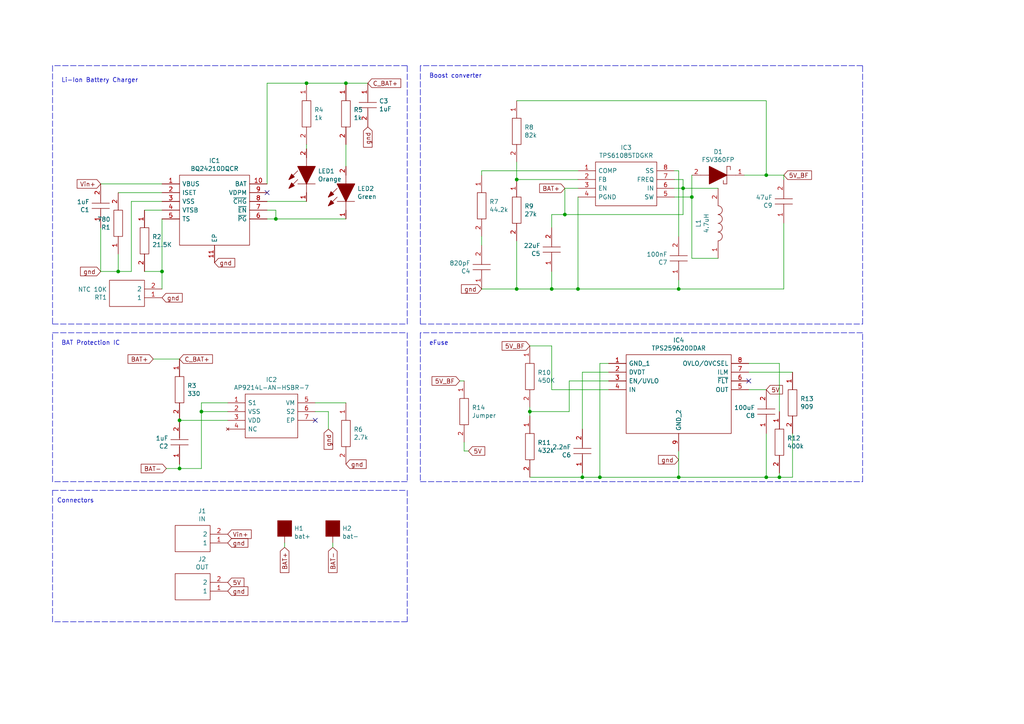
<source format=kicad_sch>
(kicad_sch (version 20211123) (generator eeschema)
  (paper "A4")
  (title_block (title "Solar Charger") (date "2022-03-10") (rev "v1") (company "Making Devices"))
  (lib_symbols
    (symbol "Battery_2:MountingHole_Pad-User_library-SamacSys_Parts-HVolt_sub-system-FIT" (pin_numbers hide) (pin_names (offset 1.016) hide)
      (property "Reference" "H" (at 0 6.35 0))
      (property "Value" "Battery_2_MountingHole_Pad-User_library-SamacSys_Parts-HVolt_sub-system-FIT" (at 0 4.445 0))
      (symbol "MountingHole_Pad-User_library-SamacSys_Parts-HVolt_sub-system-FIT_0_1"
        (circle (center 0 1.27) (radius 1.27) (stroke (width 1.27)))
        (rectangle (start 2.032 -0.635) (end -2.032 3.937) (fill (type outline)))
      )
      (symbol "MountingHole_Pad-User_library-SamacSys_Parts-HVolt_sub-system-FIT_1_1"
        (pin input line (at 0 -2.54 90) (length 2.54) (name "1") (number "1"))
      )
    )
    (symbol "Library_Loader:282834-2" (pin_names (offset 0.762))
      (property "Reference" "J" (at 16.51 7.62 0))
      (property "Value" "282834-2" (at 16.51 5.08 0))
      (symbol "282834-2_0_0"
        (pin passive line (at 0 0 0) (length 5.08) (name "1") (number "1"))
        (pin passive line (at 0 -2.54 0) (length 5.08) (name "2") (number "2"))
      )
      (symbol "282834-2_0_1"
        (polyline (pts (xy 5.08 2.54) (xy 15.24 2.54) (xy 15.24 -5.08) (xy 5.08 -5.08) (xy 5.08 2.54)) (stroke (width 0.1524)))
      )
    )
    (symbol "Library_Loader:AP9214L-AN-HSBR-7" (pin_names (offset 0.762))
      (property "Reference" "IC" (at 21.59 7.62 0))
      (property "Value" "AP9214L-AN-HSBR-7" (at 21.59 5.08 0))
      (symbol "AP9214L-AN-HSBR-7_0_0"
        (pin passive line (at 0 0 0) (length 5.08) (name "S1") (number "1"))
        (pin passive line (at 0 -2.54 0) (length 5.08) (name "VSS") (number "2"))
        (pin passive line (at 0 -5.08 0) (length 5.08) (name "VDD") (number "3"))
        (pin no_connect line (at 0 -7.62 0) (length 5.08) (name "NC") (number "4"))
        (pin passive line (at 25.4 0 180) (length 5.08) (name "VM") (number "5"))
        (pin passive line (at 25.4 -2.54 180) (length 5.08) (name "S2") (number "6"))
        (pin passive line (at 25.4 -5.08 180) (length 5.08) (name "EP") (number "7"))
      )
      (symbol "AP9214L-AN-HSBR-7_0_1"
        (polyline (pts (xy 5.08 2.54) (xy 20.32 2.54) (xy 20.32 -10.16) (xy 5.08 -10.16) (xy 5.08 2.54)) (stroke (width 0.1524)))
      )
    )
    (symbol "Library_Loader:BQ24210DQCR" (pin_names (offset 0.762))
      (property "Reference" "IC" (at 26.67 7.62 0))
      (property "Value" "BQ24210DQCR" (at 26.67 5.08 0))
      (symbol "BQ24210DQCR_0_0"
        (pin passive line (at 0 0 0) (length 5.08) (name "VBUS") (number "1"))
        (pin passive line (at 30.48 0 180) (length 5.08) (name "BAT") (number "10"))
        (pin passive line (at 15.24 -22.86 90) (length 5.08) (name "EP") (number "11"))
        (pin passive line (at 0 -2.54 0) (length 5.08) (name "ISET") (number "2"))
        (pin passive line (at 0 -5.08 0) (length 5.08) (name "VSS") (number "3"))
        (pin passive line (at 0 -7.62 0) (length 5.08) (name "VTSB") (number "4"))
        (pin passive line (at 0 -10.16 0) (length 5.08) (name "TS") (number "5"))
        (pin passive line (at 30.48 -10.16 180) (length 5.08) (name "~{PG}") (number "6"))
        (pin passive line (at 30.48 -7.62 180) (length 5.08) (name "~{EN}") (number "7"))
        (pin passive line (at 30.48 -5.08 180) (length 5.08) (name "~{CHG}") (number "8"))
        (pin passive line (at 30.48 -2.54 180) (length 5.08) (name "VDPM") (number "9"))
      )
      (symbol "BQ24210DQCR_0_1"
        (polyline (pts (xy 5.08 2.54) (xy 25.4 2.54) (xy 25.4 -17.78) (xy 5.08 -17.78) (xy 5.08 2.54)) (stroke (width 0.1524)))
      )
    )
    (symbol "Library_Loader:C0805C475M8RACTU" (pin_names (offset 0.762))
      (property "Reference" "C" (at 8.89 6.35 0))
      (property "Value" "C0805C475M8RACTU" (at 8.89 3.81 0))
      (symbol "C0805C475M8RACTU_0_0"
        (pin passive line (at 0 0 0) (length 5.08) (name "~") (number "1"))
        (pin passive line (at 12.7 0 180) (length 5.08) (name "~") (number "2"))
      )
      (symbol "C0805C475M8RACTU_0_1"
        (polyline (pts (xy 5.08 0) (xy 5.588 0)) (stroke (width 0.1524)))
        (polyline (pts (xy 5.588 2.54) (xy 5.588 -2.54)) (stroke (width 0.1524)))
        (polyline (pts (xy 7.112 0) (xy 7.62 0)) (stroke (width 0.1524)))
        (polyline (pts (xy 7.112 2.54) (xy 7.112 -2.54)) (stroke (width 0.1524)))
      )
    )
    (symbol "Library_Loader:ERJP6WF1303V" (pin_names (offset 0.762))
      (property "Reference" "R" (at 13.97 6.35 0))
      (property "Value" "ERJP6WF1303V" (at 13.97 3.81 0))
      (symbol "ERJP6WF1303V_0_0"
        (pin passive line (at 0 0 0) (length 5.08) (name "~") (number "1"))
        (pin passive line (at 17.78 0 180) (length 5.08) (name "~") (number "2"))
      )
      (symbol "ERJP6WF1303V_0_1"
        (polyline (pts (xy 5.08 1.27) (xy 12.7 1.27) (xy 12.7 -1.27) (xy 5.08 -1.27) (xy 5.08 1.27)) (stroke (width 0.1524)))
      )
    )
    (symbol "Library_Loader:FSV360FP" (pin_names (offset 0.762))
      (property "Reference" "D" (at 12.7 8.89 0))
      (property "Value" "FSV360FP" (at 12.7 6.35 0))
      (symbol "FSV360FP_0_0"
        (pin passive line (at 2.54 0 0) (length 2.54) (name "~") (number "1"))
        (pin passive line (at 17.78 0 180) (length 2.54) (name "~") (number "2"))
      )
      (symbol "FSV360FP_0_1"
        (polyline (pts (xy 5.08 0) (xy 7.62 0)) (stroke (width 0.1524)))
        (polyline (pts (xy 7.62 2.54) (xy 7.62 -2.54)) (stroke (width 0.1524)))
        (polyline (pts (xy 12.7 0) (xy 15.24 0)) (stroke (width 0.1524)))
        (polyline (pts (xy 7.62 -2.54) (xy 6.604 -2.54) (xy 6.604 -1.524)) (stroke (width 0.1524)))
        (polyline (pts (xy 7.62 2.54) (xy 8.636 2.54) (xy 8.636 1.524)) (stroke (width 0.1524)))
        (polyline (pts (xy 7.62 0) (xy 12.7 2.54) (xy 12.7 -2.54) (xy 7.62 0)) (stroke (width 0.254)) (fill (type outline)))
      )
    )
    (symbol "Library_Loader:NTCS0805E3103GMT" (pin_names (offset 0.762))
      (property "Reference" "RT" (at 16.51 7.62 0))
      (property "Value" "NTCS0805E3103GMT" (at 16.51 5.08 0))
      (symbol "NTCS0805E3103GMT_0_0"
        (pin passive line (at 0 0 0) (length 5.08) (name "1") (number "1"))
        (pin passive line (at 0 -2.54 0) (length 5.08) (name "2") (number "2"))
      )
      (symbol "NTCS0805E3103GMT_0_1"
        (polyline (pts (xy 5.08 2.54) (xy 15.24 2.54) (xy 15.24 -5.08) (xy 5.08 -5.08) (xy 5.08 2.54)) (stroke (width 0.1524)))
      )
    )
    (symbol "Library_Loader:SML-H12V8TT86" (pin_names (offset 0.762))
      (property "Reference" "LED" (at 12.7 8.89 0))
      (property "Value" "SML-H12V8TT86" (at 12.7 6.35 0))
      (symbol "SML-H12V8TT86_0_0"
        (pin passive line (at 0 0 0) (length 2.54) (name "~") (number "1"))
        (pin passive line (at 15.24 0 180) (length 2.54) (name "~") (number "2"))
      )
      (symbol "SML-H12V8TT86_0_1"
        (polyline (pts (xy 2.54 0) (xy 5.08 0)) (stroke (width 0.1524)))
        (polyline (pts (xy 5.08 2.54) (xy 5.08 -2.54)) (stroke (width 0.1524)))
        (polyline (pts (xy 6.35 2.54) (xy 3.81 5.08)) (stroke (width 0.1524)))
        (polyline (pts (xy 8.89 2.54) (xy 6.35 5.08)) (stroke (width 0.1524)))
        (polyline (pts (xy 10.16 0) (xy 12.7 0)) (stroke (width 0.1524)))
        (polyline (pts (xy 5.08 0) (xy 10.16 2.54) (xy 10.16 -2.54) (xy 5.08 0)) (stroke (width 0.254)) (fill (type outline)))
        (polyline (pts (xy 5.334 4.318) (xy 4.572 3.556) (xy 3.81 5.08) (xy 5.334 4.318)) (stroke (width 0.254)) (fill (type outline)))
        (polyline (pts (xy 7.874 4.318) (xy 7.112 3.556) (xy 6.35 5.08) (xy 7.874 4.318)) (stroke (width 0.254)) (fill (type outline)))
      )
    )
    (symbol "Library_Loader:SRN6045-4R7Y" (pin_names (offset 0.762))
      (property "Reference" "L" (at 16.51 6.35 0))
      (property "Value" "SRN6045-4R7Y" (at 16.51 3.81 0))
      (symbol "SRN6045-4R7Y_0_0"
        (pin passive line (at 0 0 0) (length 5.08) (name "~") (number "1"))
        (pin passive line (at 20.32 0 180) (length 5.08) (name "~") (number "2"))
      )
      (symbol "SRN6045-4R7Y_0_1"
        (arc (start 5.08 0) (mid 6.35 -1.3218) (end 7.62 0) (stroke (width 0.1524)))
        (arc (start 7.62 0) (mid 8.89 -1.3218) (end 10.16 0) (stroke (width 0.1524)))
        (arc (start 10.16 0) (mid 11.43 -1.3218) (end 12.7 0) (stroke (width 0.1524)))
        (arc (start 12.7 0) (mid 13.97 -1.3218) (end 15.24 0) (stroke (width 0.1524)))
      )
    )
    (symbol "Library_Loader:TPS259620DDAR" (pin_names (offset 0.762))
      (property "Reference" "IC" (at 36.83 7.62 0))
      (property "Value" "TPS259620DDAR" (at 36.83 5.08 0))
      (symbol "TPS259620DDAR_0_0"
        (pin passive line (at 0 0 0) (length 5.08) (name "GND_1") (number "1"))
        (pin passive line (at 0 -2.54 0) (length 5.08) (name "DVDT") (number "2"))
        (pin passive line (at 0 -5.08 0) (length 5.08) (name "EN/UVLO") (number "3"))
        (pin passive line (at 0 -7.62 0) (length 5.08) (name "IN") (number "4"))
        (pin passive line (at 40.64 -7.62 180) (length 5.08) (name "OUT") (number "5"))
        (pin passive line (at 40.64 -5.08 180) (length 5.08) (name "~{FLT}") (number "6"))
        (pin passive line (at 40.64 -2.54 180) (length 5.08) (name "ILM") (number "7"))
        (pin passive line (at 40.64 0 180) (length 5.08) (name "OVLO/OVCSEL") (number "8"))
        (pin passive line (at 20.32 -25.4 90) (length 5.08) (name "GND_2") (number "9"))
      )
      (symbol "TPS259620DDAR_0_1"
        (polyline (pts (xy 5.08 2.54) (xy 35.56 2.54) (xy 35.56 -20.32) (xy 5.08 -20.32) (xy 5.08 2.54)) (stroke (width 0.1524)))
      )
    )
    (symbol "Library_Loader:TPS61085TDGKR" (pin_names (offset 0.762))
      (property "Reference" "IC" (at 24.13 7.62 0))
      (property "Value" "TPS61085TDGKR" (at 24.13 5.08 0))
      (symbol "TPS61085TDGKR_0_0"
        (pin passive line (at 0 0 0) (length 5.08) (name "COMP") (number "1"))
        (pin passive line (at 0 -2.54 0) (length 5.08) (name "FB") (number "2"))
        (pin passive line (at 0 -5.08 0) (length 5.08) (name "EN") (number "3"))
        (pin passive line (at 0 -7.62 0) (length 5.08) (name "PGND") (number "4"))
        (pin passive line (at 27.94 -7.62 180) (length 5.08) (name "SW") (number "5"))
        (pin passive line (at 27.94 -5.08 180) (length 5.08) (name "IN") (number "6"))
        (pin passive line (at 27.94 -2.54 180) (length 5.08) (name "FREQ") (number "7"))
        (pin passive line (at 27.94 0 180) (length 5.08) (name "SS") (number "8"))
      )
      (symbol "TPS61085TDGKR_0_1"
        (polyline (pts (xy 5.08 2.54) (xy 22.86 2.54) (xy 22.86 -10.16) (xy 5.08 -10.16) (xy 5.08 2.54)) (stroke (width 0.1524)))
      )
    )
  )
  (junction (at 167.64 83.82))
  (junction (at 88.9 24.13))
  (junction (at 46.99 78.74))
  (junction (at 200.66 57.15))
  (junction (at 100.33 24.13))
  (junction (at 149.86 83.82))
  (junction (at 196.85 138.43))
  (junction (at 222.25 50.8))
  (junction (at 149.86 52.07))
  (junction (at 198.12 54.61))
  (junction (at 160.02 83.82))
  (junction (at 80.01 63.5))
  (junction (at 222.25 138.43))
  (junction (at 153.67 119.38))
  (junction (at 58.42 119.38))
  (junction (at 226.06 138.43))
  (junction (at 196.85 83.82))
  (junction (at 168.91 138.43))
  (junction (at 163.83 62.23))
  (junction (at 173.99 138.43))
  (junction (at 52.07 121.92))
  (junction (at 52.07 135.89))
  (junction (at 34.29 78.74))
  (no_connect (at 77.47 55.88))
  (no_connect (at 91.44 121.92))
  (no_connect (at 217.17 110.49))
  (wire (pts (xy 226.06 138.43) (xy 222.25 138.43)))
  (wire (pts (xy 149.86 46.99) (xy 149.86 52.07)))
  (wire (pts (xy 227.33 52.07) (xy 227.33 50.8)))
  (polyline (pts (xy 15.24 139.7) (xy 15.24 96.52)))
  (wire (pts (xy 149.86 83.82) (xy 160.02 83.82)))
  (wire (pts (xy 173.99 105.41) (xy 173.99 138.43)))
  (wire (pts (xy 229.87 107.95) (xy 217.17 107.95)))
  (wire (pts (xy 52.07 135.89) (xy 52.07 134.62)))
  (wire (pts (xy 38.1 58.42) (xy 46.99 58.42)))
  (wire (pts (xy 226.06 137.16) (xy 226.06 138.43)))
  (wire (pts (xy 77.47 53.34) (xy 77.47 24.13)))
  (wire (pts (xy 227.33 64.77) (xy 227.33 83.82)))
  (polyline (pts (xy 250.19 139.7) (xy 250.19 96.52)))
  (wire (pts (xy 95.25 119.38) (xy 91.44 119.38)))
  (wire (pts (xy 100.33 63.5) (xy 80.01 63.5)))
  (wire (pts (xy 160.02 66.04) (xy 160.02 62.23)))
  (wire (pts (xy 163.83 54.61) (xy 167.64 54.61)))
  (wire (pts (xy 196.85 130.81) (xy 196.85 138.43)))
  (polyline (pts (xy 118.11 93.98) (xy 118.11 19.05)))
  (wire (pts (xy 200.66 57.15) (xy 200.66 50.8)))
  (wire (pts (xy 167.64 52.07) (xy 149.86 52.07)))
  (polyline (pts (xy 250.19 19.05) (xy 121.92 19.05)))
  (polyline (pts (xy 118.11 139.7) (xy 15.24 139.7)))
  (wire (pts (xy 153.67 119.38) (xy 153.67 120.65)))
  (polyline (pts (xy 15.24 93.98) (xy 118.11 93.98)))
  (wire (pts (xy 195.58 52.07) (xy 198.12 52.07)))
  (wire (pts (xy 173.99 138.43) (xy 168.91 138.43)))
  (wire (pts (xy 176.53 107.95) (xy 168.91 107.95)))
  (wire (pts (xy 96.52 157.48) (xy 96.52 158.75)))
  (wire (pts (xy 100.33 48.26) (xy 100.33 41.91)))
  (wire (pts (xy 222.25 125.73) (xy 222.25 138.43)))
  (polyline (pts (xy 15.24 96.52) (xy 118.11 96.52)))
  (wire (pts (xy 200.66 57.15) (xy 200.66 74.93)))
  (wire (pts (xy 106.68 24.13) (xy 100.33 24.13)))
  (wire (pts (xy 100.33 116.84) (xy 91.44 116.84)))
  (wire (pts (xy 198.12 54.61) (xy 195.58 54.61)))
  (wire (pts (xy 38.1 58.42) (xy 38.1 78.74)))
  (wire (pts (xy 227.33 50.8) (xy 222.25 50.8)))
  (wire (pts (xy 226.06 119.38) (xy 226.06 105.41)))
  (wire (pts (xy 100.33 24.13) (xy 88.9 24.13)))
  (polyline (pts (xy 15.24 19.05) (xy 15.24 93.98)))
  (wire (pts (xy 139.7 83.82) (xy 149.86 83.82)))
  (wire (pts (xy 195.58 57.15) (xy 200.66 57.15)))
  (wire (pts (xy 29.21 78.74) (xy 29.21 66.04)))
  (wire (pts (xy 34.29 78.74) (xy 29.21 78.74)))
  (polyline (pts (xy 121.92 96.52) (xy 121.92 139.7)))
  (wire (pts (xy 196.85 83.82) (xy 227.33 83.82)))
  (wire (pts (xy 95.25 124.46) (xy 95.25 119.38)))
  (polyline (pts (xy 250.19 96.52) (xy 121.92 96.52)))
  (wire (pts (xy 52.07 104.14) (xy 44.45 104.14)))
  (wire (pts (xy 66.04 116.84) (xy 58.42 116.84)))
  (wire (pts (xy 139.7 49.53) (xy 139.7 50.8)))
  (wire (pts (xy 198.12 54.61) (xy 198.12 62.23)))
  (wire (pts (xy 58.42 135.89) (xy 52.07 135.89)))
  (wire (pts (xy 80.01 63.5) (xy 77.47 63.5)))
  (wire (pts (xy 133.35 110.49) (xy 134.62 110.49)))
  (wire (pts (xy 222.25 50.8) (xy 215.9 50.8)))
  (polyline (pts (xy 118.11 180.34) (xy 15.24 180.34)))
  (polyline (pts (xy 121.92 19.05) (xy 121.92 93.98)))
  (wire (pts (xy 134.62 128.27) (xy 134.62 130.81)))
  (polyline (pts (xy 118.11 19.05) (xy 15.24 19.05)))
  (wire (pts (xy 160.02 100.33) (xy 153.67 100.33)))
  (wire (pts (xy 217.17 105.41) (xy 226.06 105.41)))
  (wire (pts (xy 229.87 125.73) (xy 229.87 138.43)))
  (wire (pts (xy 165.1 119.38) (xy 153.67 119.38)))
  (polyline (pts (xy 121.92 139.7) (xy 250.19 139.7)))
  (wire (pts (xy 176.53 110.49) (xy 165.1 110.49)))
  (wire (pts (xy 80.01 60.96) (xy 80.01 63.5)))
  (wire (pts (xy 160.02 83.82) (xy 167.64 83.82)))
  (wire (pts (xy 46.99 60.96) (xy 41.91 60.96)))
  (wire (pts (xy 163.83 62.23) (xy 163.83 54.61)))
  (polyline (pts (xy 121.92 93.98) (xy 250.19 93.98)))
  (wire (pts (xy 58.42 119.38) (xy 58.42 135.89)))
  (wire (pts (xy 168.91 138.43) (xy 153.67 138.43)))
  (wire (pts (xy 153.67 118.11) (xy 153.67 119.38)))
  (wire (pts (xy 222.25 113.03) (xy 217.17 113.03)))
  (wire (pts (xy 29.21 53.34) (xy 46.99 53.34)))
  (wire (pts (xy 38.1 78.74) (xy 34.29 78.74)))
  (wire (pts (xy 167.64 57.15) (xy 167.64 83.82)))
  (wire (pts (xy 149.86 69.85) (xy 149.86 83.82)))
  (wire (pts (xy 88.9 43.18) (xy 88.9 41.91)))
  (wire (pts (xy 167.64 83.82) (xy 196.85 83.82)))
  (wire (pts (xy 198.12 52.07) (xy 198.12 54.61)))
  (wire (pts (xy 208.28 54.61) (xy 198.12 54.61)))
  (wire (pts (xy 163.83 62.23) (xy 198.12 62.23)))
  (wire (pts (xy 222.25 138.43) (xy 196.85 138.43)))
  (wire (pts (xy 196.85 138.43) (xy 173.99 138.43)))
  (wire (pts (xy 196.85 68.58) (xy 196.85 49.53)))
  (wire (pts (xy 77.47 60.96) (xy 80.01 60.96)))
  (wire (pts (xy 165.1 110.49) (xy 165.1 119.38)))
  (wire (pts (xy 160.02 78.74) (xy 160.02 83.82)))
  (wire (pts (xy 88.9 58.42) (xy 77.47 58.42)))
  (wire (pts (xy 176.53 105.41) (xy 173.99 105.41)))
  (wire (pts (xy 46.99 78.74) (xy 46.99 63.5)))
  (wire (pts (xy 229.87 138.43) (xy 226.06 138.43)))
  (wire (pts (xy 168.91 107.95) (xy 168.91 124.46)))
  (wire (pts (xy 222.25 29.21) (xy 222.25 50.8)))
  (polyline (pts (xy 15.24 142.24) (xy 118.11 142.24)))
  (wire (pts (xy 58.42 119.38) (xy 66.04 119.38)))
  (wire (pts (xy 34.29 73.66) (xy 34.29 78.74)))
  (wire (pts (xy 167.64 49.53) (xy 139.7 49.53)))
  (wire (pts (xy 48.26 135.89) (xy 52.07 135.89)))
  (wire (pts (xy 88.9 24.13) (xy 77.47 24.13)))
  (wire (pts (xy 196.85 81.28) (xy 196.85 83.82)))
  (wire (pts (xy 82.55 157.48) (xy 82.55 158.75)))
  (polyline (pts (xy 15.24 180.34) (xy 15.24 142.24)))
  (wire (pts (xy 58.42 116.84) (xy 58.42 119.38)))
  (wire (pts (xy 41.91 78.74) (xy 46.99 78.74)))
  (wire (pts (xy 149.86 29.21) (xy 222.25 29.21)))
  (wire (pts (xy 200.66 74.93) (xy 208.28 74.93)))
  (wire (pts (xy 176.53 113.03) (xy 160.02 113.03)))
  (wire (pts (xy 46.99 83.82) (xy 46.99 78.74)))
  (wire (pts (xy 34.29 55.88) (xy 46.99 55.88)))
  (wire (pts (xy 66.04 121.92) (xy 52.07 121.92)))
  (wire (pts (xy 134.62 130.81) (xy 135.89 130.81)))
  (wire (pts (xy 139.7 71.12) (xy 139.7 68.58)))
  (wire (pts (xy 196.85 49.53) (xy 195.58 49.53)))
  (polyline (pts (xy 250.19 93.98) (xy 250.19 19.05)))
  (polyline (pts (xy 118.11 142.24) (xy 118.11 180.34)))
  (wire (pts (xy 168.91 137.16) (xy 168.91 138.43)))
  (wire (pts (xy 160.02 113.03) (xy 160.02 100.33)))
  (polyline (pts (xy 118.11 96.52) (xy 118.11 139.7)))
  (wire (pts (xy 160.02 62.23) (xy 163.83 62.23)))
  (text "BAT Protection IC" (at 17.78 100.33 0) (effects (font (size 1.27 1.27)) (justify left bottom)))
  (text "Connectors" (at 16.51 146.05 0) (effects (font (size 1.27 1.27)) (justify left bottom)))
  (text "eFuse" (at 124.46 100.33 0) (effects (font (size 1.27 1.27)) (justify left bottom)))
  (text "Li-Ion Battery Charger" (at 17.78 24.13 0) (effects (font (size 1.27 1.27)) (justify left bottom)))
  (text "Boost converter" (at 124.46 22.86 0) (effects (font (size 1.27 1.27)) (justify left bottom)))
  (global_label "gnd" (shape input) (at 29.21 78.74 180) (property "Intersheet References" "${INTERSHEET_REFS}" (effects hide)))
  (global_label "BAT+" (shape input) (at 163.83 54.61 180) (property "Intersheet References" "${INTERSHEET_REFS}" (effects hide)))
  (global_label "gnd" (shape input) (at 66.04 157.48 0) (property "Intersheet References" "${INTERSHEET_REFS}" (effects hide)))
  (global_label "BAT+" (shape input) (at 82.55 158.75 270) (property "Intersheet References" "${INTERSHEET_REFS}" (effects hide)))
  (global_label "Vin+" (shape input) (at 66.04 154.94 0) (property "Intersheet References" "${INTERSHEET_REFS}" (effects hide)))
  (global_label "gnd" (shape input) (at 100.33 134.62 0) (property "Intersheet References" "${INTERSHEET_REFS}" (effects hide)))
  (global_label "gnd" (shape input) (at 139.7 83.82 180) (property "Intersheet References" "${INTERSHEET_REFS}" (effects hide)))
  (global_label "gnd" (shape input) (at 46.99 86.36 0) (property "Intersheet References" "${INTERSHEET_REFS}" (effects hide)))
  (global_label "gnd" (shape input) (at 62.23 76.2 0) (property "Intersheet References" "${INTERSHEET_REFS}" (effects hide)))
  (global_label "5V" (shape input) (at 135.89 130.81 0) (property "Intersheet References" "${INTERSHEET_REFS}" (effects hide)))
  (global_label "gnd" (shape input) (at 95.25 124.46 270) (property "Intersheet References" "${INTERSHEET_REFS}" (effects hide)))
  (global_label "Vin+" (shape input) (at 29.21 53.34 180) (property "Intersheet References" "${INTERSHEET_REFS}" (effects hide)))
  (global_label "5V_BF" (shape input) (at 227.33 50.8 0) (property "Intersheet References" "${INTERSHEET_REFS}" (effects hide)))
  (global_label "C_BAT+" (shape input) (at 52.07 104.14 0) (property "Intersheet References" "${INTERSHEET_REFS}" (effects hide)))
  (global_label "BAT+" (shape input) (at 44.45 104.14 180) (property "Intersheet References" "${INTERSHEET_REFS}" (effects hide)))
  (global_label "5V_BF" (shape input) (at 153.67 100.33 180) (property "Intersheet References" "${INTERSHEET_REFS}" (effects hide)))
  (global_label "BAT-" (shape input) (at 48.26 135.89 180) (property "Intersheet References" "${INTERSHEET_REFS}" (effects hide)))
  (global_label "gnd" (shape input) (at 106.68 36.83 270) (property "Intersheet References" "${INTERSHEET_REFS}" (effects hide)))
  (global_label "C_BAT+" (shape input) (at 106.68 24.13 0) (property "Intersheet References" "${INTERSHEET_REFS}" (effects hide)))
  (global_label "5V" (shape input) (at 66.04 168.91 0) (property "Intersheet References" "${INTERSHEET_REFS}" (effects hide)))
  (global_label "gnd" (shape input) (at 196.85 133.35 180) (property "Intersheet References" "${INTERSHEET_REFS}" (effects hide)))
  (global_label "5V_BF" (shape input) (at 133.35 110.49 180) (property "Intersheet References" "${INTERSHEET_REFS}" (effects hide)))
  (global_label "5V" (shape input) (at 222.25 113.03 0) (property "Intersheet References" "${INTERSHEET_REFS}" (effects hide)))
  (global_label "gnd" (shape input) (at 66.04 171.45 0) (property "Intersheet References" "${INTERSHEET_REFS}" (effects hide)))
  (global_label "BAT-" (shape input) (at 96.52 158.75 270) (property "Intersheet References" "${INTERSHEET_REFS}" (effects hide)))
  (symbol (lib_id "Library_Loader:AP9214L-AN-HSBR-7") (at 66.04 116.84 0) (unit 1)
    (property "Reference" "IC2" (at 78.74 110.109 0))
    (property "Value" "AP9214L-AN-HSBR-7" (at 78.74 112.4204 0))
    (property "Footprint" "AP9214LANHSBR7" (effects hide))
    (property "Datasheet" "https://www.diodes.com/assets/Datasheets/AP9214L.pdf" (effects hide))
    (property "Description" "Battery Management 1-Cell IC Protection N-Ch w/ Auto Wake" (effects hide))
    (property "Height" "0.6" (effects hide))
    (property "Mouser Part Number" "621-AP9214L-AN-HSBR7" (effects hide))
    (property "Mouser Price/Stock" "https://www.mouser.co.uk/ProductDetail/Diodes-Incorporated/AP9214L-AN-HSBR-7?qs=icAhCOE9Tbjpe%252BsX8QE8Tw%3D%3D" (effects hide))
    (property "Manufacturer_Name" "Diodes Inc." (effects hide))
    (property "Manufacturer_Part_Number" "AP9214L-AN-HSBR-7" (effects hide))
  )
  (symbol (lib_id "Library_Loader:TPS61085TDGKR") (at 167.64 49.53 0) (unit 1)
    (property "Reference" "IC3" (at 181.61 42.799 0))
    (property "Value" "TPS61085TDGKR" (at 181.61 45.1104 0))
    (property "Footprint" "SOP65P490X110-8N" (effects hide))
    (property "Datasheet" "http://www.ti.com/lit/gpn/tps61085t" (effects hide))
    (property "Description" "18.5V, 2A, 650kHz, 1.2MHz Step-Up DC-DC Converter with Forced PWM Mode (extended temp range)" (effects hide))
    (property "Height" "1.1" (effects hide))
    (property "Mouser Part Number" "595-TPS61085TDGKR" (effects hide))
    (property "Mouser Price/Stock" "https://www.mouser.co.uk/ProductDetail/Texas-Instruments/TPS61085TDGKR?qs=%2Fqzd9s%252BcLd4U2Z7ineHARw%3D%3D" (effects hide))
    (property "Manufacturer_Name" "Texas Instruments" (effects hide))
    (property "Manufacturer_Part_Number" "TPS61085TDGKR" (effects hide))
  )
  (symbol (lib_id "Library_Loader:TPS259620DDAR") (at 176.53 105.41 0) (unit 1)
    (property "Reference" "IC4" (at 196.85 98.679 0))
    (property "Value" "TPS259620DDAR" (at 196.85 100.9904 0))
    (property "Footprint" "SOIC127P600X170-9N" (effects hide))
    (property "Datasheet" "https://www.ti.com/lit/gpn/TPS2596" (effects hide))
    (property "Description" "Hot Swap Voltage Controllers 2.7-19V 130MA-2A SURGE CLAMPING EFUSE" (effects hide))
    (property "Height" "1.7" (effects hide))
    (property "Mouser Part Number" "595-TPS259620DDAR" (effects hide))
    (property "Mouser Price/Stock" "https://www.mouser.co.uk/ProductDetail/Texas-Instruments/TPS259620DDAR?qs=XeJtXLiO41RogCpRV1l%252BSg%3D%3D" (effects hide))
    (property "Manufacturer_Name" "Texas Instruments" (effects hide))
    (property "Manufacturer_Part_Number" "TPS259620DDAR" (effects hide))
  )
  (symbol (lib_id "Library_Loader:BQ24210DQCR") (at 46.99 53.34 0) (unit 1)
    (property "Reference" "IC1" (at 62.23 46.609 0))
    (property "Value" "BQ24210DQCR" (at 62.23 48.9204 0))
    (property "Footprint" "SON50P200X300X80-11N" (effects hide))
    (property "Datasheet" "http://www.ti.com/general/docs/suppproductinfo.tsp?distId=10&gotoUrl=http%3A%2F%2Fwww.ti.com%2Flit%2Fgpn%2Fbq24210" (effects hide))
    (property "Description" "Battery Management 800mA,Sgl-Inp,Li-Ion Solar Batt Charger" (effects hide))
    (property "Height" "0.8" (effects hide))
    (property "Mouser Part Number" "595-BQ24210DQCR" (effects hide))
    (property "Mouser Price/Stock" "https://www.mouser.co.uk/ProductDetail/Texas-Instruments/BQ24210DQCR?qs=O1HRStiETCh94UK1Y6ZDYg%3D%3D" (effects hide))
    (property "Manufacturer_Name" "Texas Instruments" (effects hide))
    (property "Manufacturer_Part_Number" "BQ24210DQCR" (effects hide))
  )
  (symbol (lib_id "Library_Loader:C0805C475M8RACTU") (at 29.21 66.04 90) (unit 1)
    (property "Reference" "C1" (at 25.9588 60.8584 90) (effects (justify left)))
    (property "Value" "1uF" (at 25.9588 58.547 90) (effects (justify left)))
    (property "Footprint" "CAPC2012X140N" (effects hide))
    (property "Datasheet" "https://datasheet.datasheetarchive.com/originals/distributors/Datasheets-DGA8/2444426.pdf" (effects hide))
    (property "Description" "Cap Ceramic 4.7uF 10V X7R 20% Pad SMD 0805 125C T/R" (effects hide))
    (property "Height" "1.4" (effects hide))
    (property "Manufacturer_Name" "Kemet" (effects hide))
    (property "Manufacturer_Part_Number" "C0805C475M8RACTU" (effects hide))
  )
  (symbol (lib_id "Library_Loader:ERJP6WF1303V") (at 34.29 73.66 90) (unit 1)
    (property "Reference" "R1" (at 32.0548 65.9384 90) (effects (justify left)))
    (property "Value" "780" (at 32.0548 63.627 90) (effects (justify left)))
    (property "Footprint" "RESC2012X75N" (effects hide))
    (property "Datasheet" "http://uk.rs-online.com/web/p/products/7708607P" (effects hide))
    (property "Description" "Panasonic ERJP6W Series Thick Film Surface Mount Fixed Resistor 0805 Case 130k +/-1% 0.5W +/-200ppm/C" (effects hide))
    (property "Height" "0.75" (effects hide))
    (property "RS Part Number" "7708607P" (effects hide))
    (property "RS Price/Stock" "http://uk.rs-online.com/web/p/products/7708607P" (effects hide))
    (property "Manufacturer_Name" "Panasonic" (effects hide))
    (property "Manufacturer_Part_Number" "ERJP6WF1303V" (effects hide))
  )
  (symbol (lib_id "Library_Loader:FSV360FP") (at 218.44 50.8 180) (unit 1)
    (property "Reference" "D1" (at 208.28 44.0182 0))
    (property "Value" "FSV360FP" (at 208.28 46.3296 0))
    (property "Footprint" "SS12FP" (effects hide))
    (property "Datasheet" "https://datasheet.datasheetarchive.com/originals/distributors/DKDS-30/584853.pdf" (effects hide))
    (property "Description" "Schottky Diodes & Rectifiers 60V 3A Schottky Barrier Rectifier" (effects hide))
    (property "Height" "1" (effects hide))
    (property "Mouser Part Number" "512-FSV360FP" (effects hide))
    (property "Mouser Price/Stock" "https://www.mouser.co.uk/ProductDetail/ON-Semiconductor-Fairchild/FSV360FP?qs=tqW9UTzndZzmC5MffD9P5Q%3D%3D" (effects hide))
    (property "Manufacturer_Name" "ON Semiconductor" (effects hide))
    (property "Manufacturer_Part_Number" "FSV360FP" (effects hide))
  )
  (symbol (lib_id "Library_Loader:ERJP6WF1303V") (at 41.91 60.96 270) (unit 1)
    (property "Reference" "R2" (at 44.1452 68.6816 90) (effects (justify left)))
    (property "Value" "21.5K" (at 44.1452 70.993 90) (effects (justify left)))
    (property "Footprint" "RESC2012X75N" (effects hide))
    (property "Datasheet" "http://uk.rs-online.com/web/p/products/7708607P" (effects hide))
    (property "Description" "Panasonic ERJP6W Series Thick Film Surface Mount Fixed Resistor 0805 Case 130k +/-1% 0.5W +/-200ppm/C" (effects hide))
    (property "Height" "0.75" (effects hide))
    (property "RS Part Number" "7708607P" (effects hide))
    (property "RS Price/Stock" "http://uk.rs-online.com/web/p/products/7708607P" (effects hide))
    (property "Manufacturer_Name" "Panasonic" (effects hide))
    (property "Manufacturer_Part_Number" "ERJP6WF1303V" (effects hide))
  )
  (symbol (lib_id "Library_Loader:ERJP6WF1303V") (at 88.9 24.13 270) (unit 1)
    (property "Reference" "R4" (at 91.1352 31.8516 90) (effects (justify left)))
    (property "Value" "1k" (at 91.1352 34.163 90) (effects (justify left)))
    (property "Footprint" "RESC2012X75N" (effects hide))
    (property "Datasheet" "http://uk.rs-online.com/web/p/products/7708607P" (effects hide))
    (property "Description" "Panasonic ERJP6W Series Thick Film Surface Mount Fixed Resistor 0805 Case 130k +/-1% 0.5W +/-200ppm/C" (effects hide))
    (property "Height" "0.75" (effects hide))
    (property "RS Part Number" "7708607P" (effects hide))
    (property "RS Price/Stock" "http://uk.rs-online.com/web/p/products/7708607P" (effects hide))
    (property "Manufacturer_Name" "Panasonic" (effects hide))
    (property "Manufacturer_Part_Number" "ERJP6WF1303V" (effects hide))
  )
  (symbol (lib_id "Library_Loader:ERJP6WF1303V") (at 100.33 24.13 270) (unit 1)
    (property "Reference" "R5" (at 102.5652 31.8516 90) (effects (justify left)))
    (property "Value" "1k" (at 102.5652 34.163 90) (effects (justify left)))
    (property "Footprint" "RESC2012X75N" (effects hide))
    (property "Datasheet" "http://uk.rs-online.com/web/p/products/7708607P" (effects hide))
    (property "Description" "Panasonic ERJP6W Series Thick Film Surface Mount Fixed Resistor 0805 Case 130k +/-1% 0.5W +/-200ppm/C" (effects hide))
    (property "Height" "0.75" (effects hide))
    (property "RS Part Number" "7708607P" (effects hide))
    (property "RS Price/Stock" "http://uk.rs-online.com/web/p/products/7708607P" (effects hide))
    (property "Manufacturer_Name" "Panasonic" (effects hide))
    (property "Manufacturer_Part_Number" "ERJP6WF1303V" (effects hide))
  )
  (symbol (lib_id "Library_Loader:SRN6045-4R7Y") (at 208.28 74.93 90) (unit 1)
    (property "Reference" "L1" (at 202.565 64.77 0))
    (property "Value" "4.7uH" (at 204.8764 64.77 0))
    (property "Footprint" "SRN6045_1" (effects hide))
    (property "Datasheet" "https://www.bourns.com/data/global/pdfs/SRN6045.pdf" (effects hide))
    (property "Description" "Power Inductor semi-shielded SMD 4.7uH Bourns SRN6045 Series Shielded Wire-wound SMD Inductor with a Ferrite Core, 4.7 uH +/-30% 4A Idc" (effects hide))
    (property "Mouser Part Number" "652-SRN6045-4R7Y" (effects hide))
    (property "Mouser Price/Stock" "https://www.mouser.co.uk/ProductDetail/Bourns/SRN6045-4R7Y?qs=opBjA1TV902tB4tumIiZhg%3D%3D" (effects hide))
    (property "Manufacturer_Name" "Bourns" (effects hide))
    (property "Manufacturer_Part_Number" "SRN6045-4R7Y" (effects hide))
  )
  (symbol (lib_id "Library_Loader:C0805C475M8RACTU") (at 106.68 24.13 270) (unit 1)
    (property "Reference" "C3" (at 109.9312 29.3116 90) (effects (justify left)))
    (property "Value" "1uF" (at 109.9312 31.623 90) (effects (justify left)))
    (property "Footprint" "CAPC2012X140N" (effects hide))
    (property "Datasheet" "https://datasheet.datasheetarchive.com/originals/distributors/Datasheets-DGA8/2444426.pdf" (effects hide))
    (property "Description" "Cap Ceramic 4.7uF 10V X7R 20% Pad SMD 0805 125C T/R" (effects hide))
    (property "Height" "1.4" (effects hide))
    (property "Manufacturer_Name" "Kemet" (effects hide))
    (property "Manufacturer_Part_Number" "C0805C475M8RACTU" (effects hide))
  )
  (symbol (lib_id "Library_Loader:NTCS0805E3103GMT") (at 46.99 86.36 180) (unit 1)
    (property "Reference" "RT1" (at 31.0388 86.2584 0) (effects (justify left)))
    (property "Value" "NTC 10K" (at 31.0388 83.947 0) (effects (justify left)))
    (property "Footprint" "THRMC2012X95N" (effects hide))
    (property "Datasheet" "http://www.vishay.com/docs/29044/ntcs0805e3t.pdf" (effects hide))
    (property "Description" "VISHAY - NTCS0805E3103GMT - NTC SMD 0805 NiSn 10K 2% medium B T&R e3" (effects hide))
    (property "Height" "0.95" (effects hide))
    (property "Mouser Part Number" "594-NTCS0805E3103GMT" (effects hide))
    (property "Mouser Price/Stock" "https://www.mouser.co.uk/ProductDetail/Vishay-BC-Components/NTCS0805E3103GMT?qs=%2FWiulJ9oly6JOEP3dlw6sg%3D%3D" (effects hide))
    (property "Manufacturer_Name" "Vishay" (effects hide))
    (property "Manufacturer_Part_Number" "NTCS0805E3103GMT" (effects hide))
  )
  (symbol (lib_id "Library_Loader:SML-H12V8TT86") (at 100.33 63.5 90) (unit 1)
    (property "Reference" "LED2" (at 103.632 54.7116 90) (effects (justify right)))
    (property "Value" "Green" (at 103.632 57.023 90) (effects (justify right)))
    (property "Footprint" "LEDC2012X90N" (effects hide))
    (property "Datasheet" "http://uk.rs-online.com/web/p/products/1332888P" (effects hide))
    (property "Description" "EXCELED series chip LED: ROHM\\'s chip LED lineup consists of standard type,top-view type, side-view type and reverse-mount type." (effects hide))
    (property "Height" "0.9" (effects hide))
    (property "RS Part Number" "1332888P" (effects hide))
    (property "RS Price/Stock" "http://uk.rs-online.com/web/p/products/1332888P" (effects hide))
    (property "Manufacturer_Name" "ROHM Semiconductor" (effects hide))
    (property "Manufacturer_Part_Number" "SML-H12V8TT86" (effects hide))
  )
  (symbol (lib_id "Library_Loader:ERJP6WF1303V") (at 149.86 52.07 270) (unit 1)
    (property "Reference" "R9" (at 152.0952 59.7916 90) (effects (justify left)))
    (property "Value" "27k" (at 152.0952 62.103 90) (effects (justify left)))
    (property "Footprint" "RESC2012X75N" (effects hide))
    (property "Datasheet" "http://uk.rs-online.com/web/p/products/7708607P" (effects hide))
    (property "Description" "Panasonic ERJP6W Series Thick Film Surface Mount Fixed Resistor 0805 Case 130k +/-1% 0.5W +/-200ppm/C" (effects hide))
    (property "Height" "0.75" (effects hide))
    (property "RS Part Number" "7708607P" (effects hide))
    (property "RS Price/Stock" "http://uk.rs-online.com/web/p/products/7708607P" (effects hide))
    (property "Manufacturer_Name" "Panasonic" (effects hide))
    (property "Manufacturer_Part_Number" "ERJP6WF1303V" (effects hide))
  )
  (symbol (lib_id "Library_Loader:SML-H12V8TT86") (at 88.9 58.42 90) (unit 1)
    (property "Reference" "LED1" (at 92.202 49.6316 90) (effects (justify right)))
    (property "Value" "Orange" (at 92.202 51.943 90) (effects (justify right)))
    (property "Footprint" "LEDC2012X90N" (effects hide))
    (property "Datasheet" "http://uk.rs-online.com/web/p/products/1332888P" (effects hide))
    (property "Description" "EXCELED series chip LED: ROHM\\'s chip LED lineup consists of standard type,top-view type, side-view type and reverse-mount type." (effects hide))
    (property "Height" "0.9" (effects hide))
    (property "RS Part Number" "1332888P" (effects hide))
    (property "RS Price/Stock" "http://uk.rs-online.com/web/p/products/1332888P" (effects hide))
    (property "Manufacturer_Name" "ROHM Semiconductor" (effects hide))
    (property "Manufacturer_Part_Number" "SML-H12V8TT86" (effects hide))
  )
  (symbol (lib_id "Library_Loader:ERJP6WF1303V") (at 139.7 50.8 270) (unit 1)
    (property "Reference" "R7" (at 141.9352 58.5216 90) (effects (justify left)))
    (property "Value" "44.2k" (at 141.9352 60.833 90) (effects (justify left)))
    (property "Footprint" "RESC2012X75N" (effects hide))
    (property "Datasheet" "http://uk.rs-online.com/web/p/products/7708607P" (effects hide))
    (property "Description" "Panasonic ERJP6W Series Thick Film Surface Mount Fixed Resistor 0805 Case 130k +/-1% 0.5W +/-200ppm/C" (effects hide))
    (property "Height" "0.75" (effects hide))
    (property "RS Part Number" "7708607P" (effects hide))
    (property "RS Price/Stock" "http://uk.rs-online.com/web/p/products/7708607P" (effects hide))
    (property "Manufacturer_Name" "Panasonic" (effects hide))
    (property "Manufacturer_Part_Number" "ERJP6WF1303V" (effects hide))
  )
  (symbol (lib_id "Library_Loader:ERJP6WF1303V") (at 149.86 29.21 270) (unit 1)
    (property "Reference" "R8" (at 152.0952 36.9316 90) (effects (justify left)))
    (property "Value" "82k" (at 152.0952 39.243 90) (effects (justify left)))
    (property "Footprint" "RESC2012X75N" (effects hide))
    (property "Datasheet" "http://uk.rs-online.com/web/p/products/7708607P" (effects hide))
    (property "Description" "Panasonic ERJP6W Series Thick Film Surface Mount Fixed Resistor 0805 Case 130k +/-1% 0.5W +/-200ppm/C" (effects hide))
    (property "Height" "0.75" (effects hide))
    (property "RS Part Number" "7708607P" (effects hide))
    (property "RS Price/Stock" "http://uk.rs-online.com/web/p/products/7708607P" (effects hide))
    (property "Manufacturer_Name" "Panasonic" (effects hide))
    (property "Manufacturer_Part_Number" "ERJP6WF1303V" (effects hide))
  )
  (symbol (lib_id "Battery_2:MountingHole_Pad-User_library-SamacSys_Parts-HVolt_sub-system-FIT") (at 82.55 154.94 0) (unit 1)
    (property "Reference" "H1" (at 85.2932 153.2636 0) (effects (justify left)))
    (property "Value" "bat+" (at 85.2932 155.575 0) (effects (justify left)))
    (property "Footprint" "Library_Loader:mountinghole_battery" (effects hide))
  )
  (symbol (lib_id "Battery_2:MountingHole_Pad-User_library-SamacSys_Parts-HVolt_sub-system-FIT") (at 96.52 154.94 0) (unit 1)
    (property "Reference" "H2" (at 99.2632 153.2636 0) (effects (justify left)))
    (property "Value" "bat-" (at 99.2632 155.575 0) (effects (justify left)))
    (property "Footprint" "Library_Loader:mountinghole_battery" (effects hide))
  )
  (symbol (lib_id "Library_Loader:C0805C475M8RACTU") (at 227.33 64.77 90) (unit 1)
    (property "Reference" "C9" (at 224.0788 59.5884 90) (effects (justify left)))
    (property "Value" "47uF" (at 224.0788 57.277 90) (effects (justify left)))
    (property "Footprint" "CAPC2012X140N" (effects hide))
    (property "Datasheet" "https://datasheet.datasheetarchive.com/originals/distributors/Datasheets-DGA8/2444426.pdf" (effects hide))
    (property "Description" "Cap Ceramic 4.7uF 10V X7R 20% Pad SMD 0805 125C T/R" (effects hide))
    (property "Height" "1.4" (effects hide))
    (property "Manufacturer_Name" "Kemet" (effects hide))
    (property "Manufacturer_Part_Number" "C0805C475M8RACTU" (effects hide))
  )
  (symbol (lib_id "Library_Loader:C0805C475M8RACTU") (at 139.7 83.82 90) (unit 1)
    (property "Reference" "C4" (at 136.4488 78.6384 90) (effects (justify left)))
    (property "Value" "820pF" (at 136.4488 76.327 90) (effects (justify left)))
    (property "Footprint" "CAPC2012X140N" (effects hide))
    (property "Datasheet" "https://datasheet.datasheetarchive.com/originals/distributors/Datasheets-DGA8/2444426.pdf" (effects hide))
    (property "Description" "Cap Ceramic 4.7uF 10V X7R 20% Pad SMD 0805 125C T/R" (effects hide))
    (property "Height" "1.4" (effects hide))
    (property "Manufacturer_Name" "Kemet" (effects hide))
    (property "Manufacturer_Part_Number" "C0805C475M8RACTU" (effects hide))
  )
  (symbol (lib_id "Library_Loader:C0805C475M8RACTU") (at 196.85 81.28 90) (unit 1)
    (property "Reference" "C7" (at 193.5988 76.0984 90) (effects (justify left)))
    (property "Value" "100nF" (at 193.5988 73.787 90) (effects (justify left)))
    (property "Footprint" "CAPC2012X140N" (effects hide))
    (property "Datasheet" "https://datasheet.datasheetarchive.com/originals/distributors/Datasheets-DGA8/2444426.pdf" (effects hide))
    (property "Description" "Cap Ceramic 4.7uF 10V X7R 20% Pad SMD 0805 125C T/R" (effects hide))
    (property "Height" "1.4" (effects hide))
    (property "Manufacturer_Name" "Kemet" (effects hide))
    (property "Manufacturer_Part_Number" "C0805C475M8RACTU" (effects hide))
  )
  (symbol (lib_id "Library_Loader:C0805C475M8RACTU") (at 160.02 78.74 90) (unit 1)
    (property "Reference" "C5" (at 156.7688 73.5584 90) (effects (justify left)))
    (property "Value" "22uF" (at 156.7688 71.247 90) (effects (justify left)))
    (property "Footprint" "CAPC2012X140N" (effects hide))
    (property "Datasheet" "https://datasheet.datasheetarchive.com/originals/distributors/Datasheets-DGA8/2444426.pdf" (effects hide))
    (property "Description" "Cap Ceramic 4.7uF 10V X7R 20% Pad SMD 0805 125C T/R" (effects hide))
    (property "Height" "1.4" (effects hide))
    (property "Manufacturer_Name" "Kemet" (effects hide))
    (property "Manufacturer_Part_Number" "C0805C475M8RACTU" (effects hide))
  )
  (symbol (lib_id "Library_Loader:ERJP6WF1303V") (at 52.07 104.14 270) (unit 1)
    (property "Reference" "R3" (at 54.3052 111.8616 90) (effects (justify left)))
    (property "Value" "330" (at 54.3052 114.173 90) (effects (justify left)))
    (property "Footprint" "RESC2012X75N" (effects hide))
    (property "Datasheet" "http://uk.rs-online.com/web/p/products/7708607P" (effects hide))
    (property "Description" "Panasonic ERJP6W Series Thick Film Surface Mount Fixed Resistor 0805 Case 130k +/-1% 0.5W +/-200ppm/C" (effects hide))
    (property "Height" "0.75" (effects hide))
    (property "RS Part Number" "7708607P" (effects hide))
    (property "RS Price/Stock" "http://uk.rs-online.com/web/p/products/7708607P" (effects hide))
    (property "Manufacturer_Name" "Panasonic" (effects hide))
    (property "Manufacturer_Part_Number" "ERJP6WF1303V" (effects hide))
  )
  (symbol (lib_id "Library_Loader:ERJP6WF1303V") (at 100.33 116.84 270) (unit 1)
    (property "Reference" "R6" (at 102.5652 124.5616 90) (effects (justify left)))
    (property "Value" "2.7k" (at 102.5652 126.873 90) (effects (justify left)))
    (property "Footprint" "RESC2012X75N" (effects hide))
    (property "Datasheet" "http://uk.rs-online.com/web/p/products/7708607P" (effects hide))
    (property "Description" "Panasonic ERJP6W Series Thick Film Surface Mount Fixed Resistor 0805 Case 130k +/-1% 0.5W +/-200ppm/C" (effects hide))
    (property "Height" "0.75" (effects hide))
    (property "RS Part Number" "7708607P" (effects hide))
    (property "RS Price/Stock" "http://uk.rs-online.com/web/p/products/7708607P" (effects hide))
    (property "Manufacturer_Name" "Panasonic" (effects hide))
    (property "Manufacturer_Part_Number" "ERJP6WF1303V" (effects hide))
  )
  (symbol (lib_id "Library_Loader:C0805C475M8RACTU") (at 52.07 134.62 90) (unit 1)
    (property "Reference" "C2" (at 48.8188 129.4384 90) (effects (justify left)))
    (property "Value" "1uF" (at 48.8188 127.127 90) (effects (justify left)))
    (property "Footprint" "CAPC2012X140N" (effects hide))
    (property "Datasheet" "https://datasheet.datasheetarchive.com/originals/distributors/Datasheets-DGA8/2444426.pdf" (effects hide))
    (property "Description" "Cap Ceramic 4.7uF 10V X7R 20% Pad SMD 0805 125C T/R" (effects hide))
    (property "Height" "1.4" (effects hide))
    (property "Manufacturer_Name" "Kemet" (effects hide))
    (property "Manufacturer_Part_Number" "C0805C475M8RACTU" (effects hide))
  )
  (symbol (lib_id "Library_Loader:ERJP6WF1303V") (at 153.67 100.33 270) (unit 1)
    (property "Reference" "R10" (at 155.9052 108.0516 90) (effects (justify left)))
    (property "Value" "450K" (at 155.9052 110.363 90) (effects (justify left)))
    (property "Footprint" "RESC2012X75N" (effects hide))
    (property "Datasheet" "http://uk.rs-online.com/web/p/products/7708607P" (effects hide))
    (property "Description" "Panasonic ERJP6W Series Thick Film Surface Mount Fixed Resistor 0805 Case 130k +/-1% 0.5W +/-200ppm/C" (effects hide))
    (property "Height" "0.75" (effects hide))
    (property "RS Part Number" "7708607P" (effects hide))
    (property "RS Price/Stock" "http://uk.rs-online.com/web/p/products/7708607P" (effects hide))
    (property "Manufacturer_Name" "Panasonic" (effects hide))
    (property "Manufacturer_Part_Number" "ERJP6WF1303V" (effects hide))
  )
  (symbol (lib_id "Library_Loader:ERJP6WF1303V") (at 226.06 119.38 270) (unit 1)
    (property "Reference" "R12" (at 228.2952 127.1016 90) (effects (justify left)))
    (property "Value" "400k" (at 228.2952 129.413 90) (effects (justify left)))
    (property "Footprint" "RESC2012X75N" (effects hide))
    (property "Datasheet" "http://uk.rs-online.com/web/p/products/7708607P" (effects hide))
    (property "Description" "Panasonic ERJP6W Series Thick Film Surface Mount Fixed Resistor 0805 Case 130k +/-1% 0.5W +/-200ppm/C" (effects hide))
    (property "Height" "0.75" (effects hide))
    (property "RS Part Number" "7708607P" (effects hide))
    (property "RS Price/Stock" "http://uk.rs-online.com/web/p/products/7708607P" (effects hide))
    (property "Manufacturer_Name" "Panasonic" (effects hide))
    (property "Manufacturer_Part_Number" "ERJP6WF1303V" (effects hide))
  )
  (symbol (lib_id "Library_Loader:ERJP6WF1303V") (at 153.67 120.65 270) (unit 1)
    (property "Reference" "R11" (at 155.9052 128.3716 90) (effects (justify left)))
    (property "Value" "432k" (at 155.9052 130.683 90) (effects (justify left)))
    (property "Footprint" "RESC2012X75N" (effects hide))
    (property "Datasheet" "http://uk.rs-online.com/web/p/products/7708607P" (effects hide))
    (property "Description" "Panasonic ERJP6W Series Thick Film Surface Mount Fixed Resistor 0805 Case 130k +/-1% 0.5W +/-200ppm/C" (effects hide))
    (property "Height" "0.75" (effects hide))
    (property "RS Part Number" "7708607P" (effects hide))
    (property "RS Price/Stock" "http://uk.rs-online.com/web/p/products/7708607P" (effects hide))
    (property "Manufacturer_Name" "Panasonic" (effects hide))
    (property "Manufacturer_Part_Number" "ERJP6WF1303V" (effects hide))
  )
  (symbol (lib_id "Library_Loader:ERJP6WF1303V") (at 229.87 107.95 270) (unit 1)
    (property "Reference" "R13" (at 232.1052 115.6716 90) (effects (justify left)))
    (property "Value" "909" (at 232.1052 117.983 90) (effects (justify left)))
    (property "Footprint" "RESC2012X75N" (effects hide))
    (property "Datasheet" "http://uk.rs-online.com/web/p/products/7708607P" (effects hide))
    (property "Description" "Panasonic ERJP6W Series Thick Film Surface Mount Fixed Resistor 0805 Case 130k +/-1% 0.5W +/-200ppm/C" (effects hide))
    (property "Height" "0.75" (effects hide))
    (property "RS Part Number" "7708607P" (effects hide))
    (property "RS Price/Stock" "http://uk.rs-online.com/web/p/products/7708607P" (effects hide))
    (property "Manufacturer_Name" "Panasonic" (effects hide))
    (property "Manufacturer_Part_Number" "ERJP6WF1303V" (effects hide))
  )
  (symbol (lib_id "Library_Loader:C0805C475M8RACTU") (at 222.25 125.73 90) (unit 1)
    (property "Reference" "C8" (at 218.9988 120.5484 90) (effects (justify left)))
    (property "Value" "100uF" (at 218.9988 118.237 90) (effects (justify left)))
    (property "Footprint" "CAPC2012X140N" (effects hide))
    (property "Datasheet" "https://datasheet.datasheetarchive.com/originals/distributors/Datasheets-DGA8/2444426.pdf" (effects hide))
    (property "Description" "Cap Ceramic 4.7uF 10V X7R 20% Pad SMD 0805 125C T/R" (effects hide))
    (property "Height" "1.4" (effects hide))
    (property "Manufacturer_Name" "Kemet" (effects hide))
    (property "Manufacturer_Part_Number" "C0805C475M8RACTU" (effects hide))
  )
  (symbol (lib_id "Library_Loader:C0805C475M8RACTU") (at 168.91 137.16 90) (unit 1)
    (property "Reference" "C6" (at 165.6588 131.9784 90) (effects (justify left)))
    (property "Value" "2.2nF" (at 165.6588 129.667 90) (effects (justify left)))
    (property "Footprint" "CAPC2012X140N" (effects hide))
    (property "Datasheet" "https://datasheet.datasheetarchive.com/originals/distributors/Datasheets-DGA8/2444426.pdf" (effects hide))
    (property "Description" "Cap Ceramic 4.7uF 10V X7R 20% Pad SMD 0805 125C T/R" (effects hide))
    (property "Height" "1.4" (effects hide))
    (property "Manufacturer_Name" "Kemet" (effects hide))
    (property "Manufacturer_Part_Number" "C0805C475M8RACTU" (effects hide))
  )
  (symbol (lib_id "Library_Loader:282834-2") (at 66.04 157.48 180) (unit 1)
    (property "Reference" "J1" (at 58.6232 148.209 0))
    (property "Value" "IN" (at 58.6232 150.5204 0))
    (property "Footprint" "282834-2_1" (effects hide))
    (property "Datasheet" "https://www.te.com/commerce/DocumentDelivery/DDEController?Action=srchrtrv&DocNm=1-1773458-1_EURO_STYLE_QRG&DocType=Data+Sheet&DocLang=English&PartCntxt=282834-2&DocFormat=pdf" (effects hide))
    (property "Description" "TE Connectivity, Buchanan 2.54mm Pitch, 2 Way PCB Terminal Strip" (effects hide))
    (property "Mouser Part Number" "571-282834-2" (effects hide))
    (property "Mouser Price/Stock" "https://www.mouser.co.uk/ProductDetail/TE-Connectivity/282834-2?qs=A%252Bip%252BNCYi6N8cVKuk8xDog%3D%3D" (effects hide))
    (property "Manufacturer_Name" "TE Connectivity" (effects hide))
    (property "Manufacturer_Part_Number" "282834-2" (effects hide))
  )
  (symbol (lib_id "Library_Loader:282834-2") (at 66.04 171.45 180) (unit 1)
    (property "Reference" "J2" (at 58.6232 162.179 0))
    (property "Value" "OUT" (at 58.6232 164.4904 0))
    (property "Footprint" "282834-2_1" (effects hide))
    (property "Datasheet" "https://www.te.com/commerce/DocumentDelivery/DDEController?Action=srchrtrv&DocNm=1-1773458-1_EURO_STYLE_QRG&DocType=Data+Sheet&DocLang=English&PartCntxt=282834-2&DocFormat=pdf" (effects hide))
    (property "Description" "TE Connectivity, Buchanan 2.54mm Pitch, 2 Way PCB Terminal Strip" (effects hide))
    (property "Mouser Part Number" "571-282834-2" (effects hide))
    (property "Mouser Price/Stock" "https://www.mouser.co.uk/ProductDetail/TE-Connectivity/282834-2?qs=A%252Bip%252BNCYi6N8cVKuk8xDog%3D%3D" (effects hide))
    (property "Manufacturer_Name" "TE Connectivity" (effects hide))
    (property "Manufacturer_Part_Number" "282834-2" (effects hide))
  )
  (symbol (lib_id "Library_Loader:ERJP6WF1303V") (at 134.62 110.49 270) (unit 1)
    (property "Reference" "R14" (at 136.8552 118.2116 90) (effects (justify left)))
    (property "Value" "Jumper" (at 136.8552 120.523 90) (effects (justify left)))
    (property "Footprint" "RESC2012X75N" (effects hide))
    (property "Datasheet" "http://uk.rs-online.com/web/p/products/7708607P" (effects hide))
    (property "Description" "Panasonic ERJP6W Series Thick Film Surface Mount Fixed Resistor 0805 Case 130k +/-1% 0.5W +/-200ppm/C" (effects hide))
    (property "Height" "0.75" (effects hide))
    (property "RS Part Number" "7708607P" (effects hide))
    (property "RS Price/Stock" "http://uk.rs-online.com/web/p/products/7708607P" (effects hide))
    (property "Manufacturer_Name" "Panasonic" (effects hide))
    (property "Manufacturer_Part_Number" "ERJP6WF1303V" (effects hide))
  )
)
</source>
